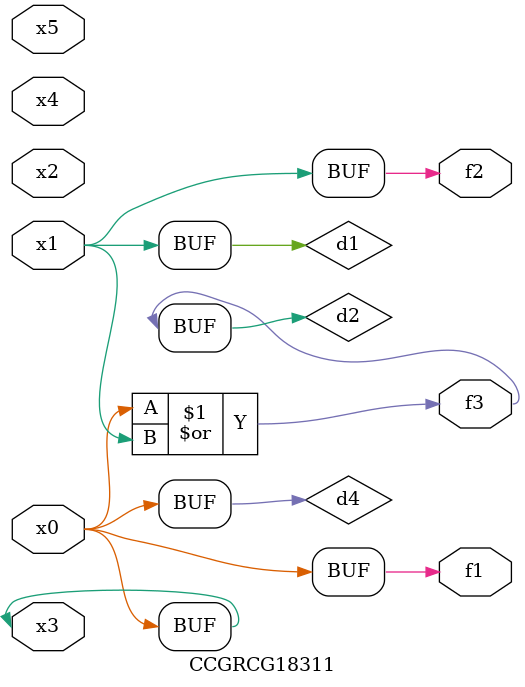
<source format=v>
module CCGRCG18311(
	input x0, x1, x2, x3, x4, x5,
	output f1, f2, f3
);

	wire d1, d2, d3, d4;

	and (d1, x1);
	or (d2, x0, x1);
	nand (d3, x0, x5);
	buf (d4, x0, x3);
	assign f1 = d4;
	assign f2 = d1;
	assign f3 = d2;
endmodule

</source>
